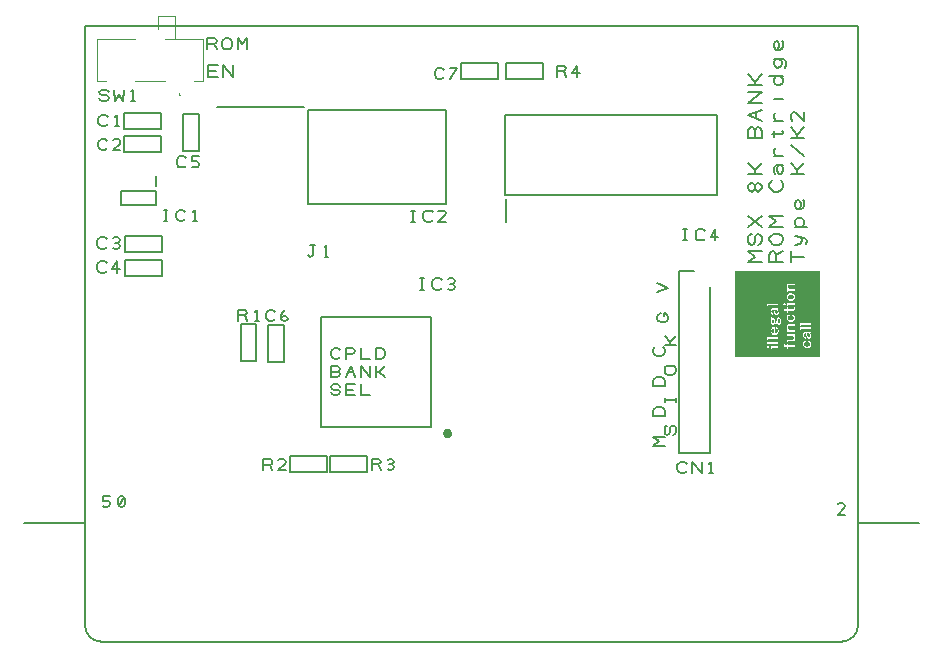
<source format=gbr>
G04 #@! TF.Part,Single*
G04 #@! TF.FileFunction,Legend,Top *
G04 #@! TF.FilePolarity,Positive *
%FSLAX35Y35*%
%MOIN*%
%ADD23C,0.00197*%
%ADD116C,0.00394*%
%ADD10C,0.00500*%
%ADD108C,0.00591*%
%ADD24C,0.00787*%
%ADD26C,0.00800*%
%ADD25C,0.01575*%
X0Y0D02*
D02*
D10*
X144391Y133155D02*
X144079Y132843D01*
X143454Y132530*
X142516*
X141891Y132843*
X141579Y133155*
X141266Y133780*
Y135030*
X141579Y135655*
X141891Y135968*
X142516Y136280*
X143454*
X144079Y135968*
X144391Y135655*
X147829Y132530D02*
Y136280D01*
X146266Y133780*
X148766*
X144391Y141143D02*
X144079Y140830D01*
X143454Y140517*
X142516*
X141891Y140830*
X141579Y141143*
X141266Y141767*
Y143017*
X141579Y143643*
X141891Y143955*
X142516Y144267*
X143454*
X144079Y143955*
X144391Y143643*
X146579Y140830D02*
X147204Y140517D01*
X147829*
X148454Y140830*
X148766Y141455*
X148454Y142080*
X147829Y142393*
X147204*
X147829D02*
X148454Y142705D01*
X148766Y143330*
X148454Y143955*
X147829Y144267*
X147204*
X146579Y143955*
X144576Y173966D02*
X144264Y173653D01*
X143639Y173341*
X142701*
X142076Y173653*
X141764Y173966*
X141451Y174591*
Y175841*
X141764Y176466*
X142076Y176778*
X142701Y177091*
X143639*
X144264Y176778*
X144576Y176466*
X148951Y173341D02*
X146451D01*
X148639Y175528*
X148951Y176153*
X148639Y176778*
X148014Y177091*
X147076*
X146451Y176778*
X144701Y181953D02*
X144389Y181641D01*
X143763Y181328*
X142826*
X142201Y181641*
X141889Y181953*
X141576Y182578*
Y183828*
X141889Y184453*
X142201Y184766*
X142826Y185078*
X143763*
X144389Y184766*
X144701Y184453*
X147201Y181328D02*
X148451D01*
X147826D02*
Y185078D01*
X147201Y184453*
X141950Y190752D02*
X142263Y190127D01*
X142888Y189815*
X144138*
X144763Y190127*
X145076Y190752*
X144763Y191377*
X144138Y191690*
X142888*
X142263Y192002*
X141950Y192627*
X142263Y193252*
X142888Y193565*
X144138*
X144763Y193252*
X145076Y192627*
X146950Y193565D02*
X147263Y189815D01*
X148513Y191690*
X149763Y189815*
X150076Y193565*
X152576Y189815D02*
X153826D01*
X153200D02*
Y193565D01*
X152576Y192940*
X142450Y9569D02*
X389310D01*
G75*
G03X394807Y15066J5497*
G01*
Y214707*
X137170*
Y14849*
G75*
G03X142450Y9569I5280*
G01*
X163356Y149753D02*
X164606D01*
X163981D02*
Y153503D01*
X163356D02*
X164606D01*
X170543Y150378D02*
X170231Y150065D01*
X169606Y149753*
X168668*
X168043Y150065*
X167731Y150378*
X167418Y151003*
Y152253*
X167731Y152878*
X168043Y153191*
X168668Y153503*
X169606*
X170231Y153191*
X170543Y152878*
X173043Y149753D02*
X174293D01*
X173668D02*
Y153503D01*
X173043Y152878*
X170785Y168225D02*
X170472Y167912D01*
X169847Y167600*
X168910*
X168285Y167912*
X167972Y168225*
X167660Y168850*
Y170100*
X167972Y170725*
X168285Y171037*
X168910Y171350*
X169847*
X170472Y171037*
X170785Y170725*
X172660Y167912D02*
X173285Y167600D01*
X174222*
X174847Y167912*
X175160Y168537*
Y168850*
X174847Y169475*
X174222Y169787*
X172660*
Y171350*
X175160*
X188128Y116430D02*
Y120180D01*
X190315*
X190940Y119868*
X191253Y119243*
X190940Y118618*
X190315Y118306*
X188128*
X190315D02*
X191253Y116430D01*
X193753D02*
X195003D01*
X194378D02*
Y120180D01*
X193753Y119556*
X194272Y103103D02*
X188972D01*
Y115403*
X194272*
Y103103*
X196489Y66634D02*
Y70384D01*
X198677*
X199302Y70072*
X199615Y69446*
X199302Y68822*
X198677Y68509*
X196489*
X198677D02*
X199615Y66634D01*
X203989D02*
X201489D01*
X203677Y68822*
X203989Y69446*
X203677Y70072*
X203052Y70384*
X202115*
X201489Y70072*
X200488Y116931D02*
X200176Y116618D01*
X199550Y116306*
X198613*
X197988Y116618*
X197676Y116931*
X197363Y117556*
Y118806*
X197676Y119431*
X197988Y119743*
X198613Y120056*
X199550*
X200176Y119743*
X200488Y119431*
X202363Y117243D02*
X202676Y117868D01*
X203300Y118181*
X203926*
X204550Y117868*
X204863Y117243*
X204550Y116618*
X203926Y116306*
X203300*
X202676Y116618*
X202363Y117243*
Y118181*
X202676Y119118*
X203300Y119743*
X203926Y120056*
X205441Y66042D02*
Y71342D01*
X217741*
Y66042*
X205441*
X211341Y138522D02*
X211654Y138209D01*
X212278Y137896*
X212904Y138209*
X213216Y138522*
Y141646*
X213841*
X213216D02*
X211966D01*
X216966Y137896D02*
X218216D01*
X217591D02*
Y141646D01*
X216966Y141022*
X218919Y66042D02*
Y71342D01*
X231219*
Y66042*
X218919*
X222204Y104326D02*
X221891Y104013D01*
X221266Y103700*
X220329*
X219704Y104013*
X219391Y104326*
X219079Y104950*
Y106200*
X219391Y106826*
X219704Y107138*
X220329Y107450*
X221266*
X221891Y107138*
X222204Y106826*
X224079Y103700D02*
Y107450D01*
X226266*
X226891Y107138*
X227204Y106513*
X226891Y105888*
X226266Y105576*
X224079*
X229079Y107450D02*
Y103700D01*
X232204*
X234079D02*
Y107450D01*
X235954*
X236579Y107138*
X236891Y106826*
X237204Y106200*
Y104950*
X236891Y104326*
X236579Y104013*
X235954Y103700*
X234079*
X221266Y99576D02*
X221891Y99263D01*
X222204Y98638*
X221891Y98013*
X221266Y97700*
X219079*
Y101450*
X221266*
X221891Y101138*
X222204Y100513*
X221891Y99888*
X221266Y99576*
X219079*
X224079Y97700D02*
X225641Y101450D01*
X227204Y97700*
X224704Y99263D02*
X226579D01*
X229079Y97700D02*
Y101450D01*
X232204Y97700*
Y101450*
X234079Y97700D02*
Y101450D01*
Y99576D02*
X235016D01*
X237204Y101450*
X235016Y99576D02*
X237204Y97700D01*
X219079Y92638D02*
X219391Y92013D01*
X220016Y91700*
X221266*
X221891Y92013*
X222204Y92638*
X221891Y93263*
X221266Y93576*
X220016*
X219391Y93888*
X219079Y94513*
X219391Y95138*
X220016Y95450*
X221266*
X221891Y95138*
X222204Y94513*
X224079Y91700D02*
Y95450D01*
X227204*
X226579Y93576D02*
X224079D01*
Y91700D02*
X227204D01*
X229079Y95450D02*
Y91700D01*
X232204*
X232682Y66759D02*
Y70509D01*
X234870*
X235495Y70196*
X235807Y69571*
X235495Y68946*
X234870Y68634*
X232682*
X234870D02*
X235807Y66759D01*
X237995Y67071D02*
X238620Y66759D01*
X239245*
X239870Y67071*
X240182Y67696*
X239870Y68321*
X239245Y68634*
X238620*
X239245D02*
X239870Y68946D01*
X240182Y69571*
X239870Y70196*
X239245Y70509*
X238620*
X237995Y70196*
X245850Y149503D02*
X247100D01*
X246476D02*
Y153253D01*
X245850D02*
X247100D01*
X253038Y150128D02*
X252726Y149816D01*
X252100Y149503*
X251163*
X250538Y149816*
X250226Y150128*
X249913Y150753*
Y152003*
X250226Y152628*
X250538Y152941*
X251163Y153253*
X252100*
X252726Y152941*
X253038Y152628*
X257413Y149503D02*
X254913D01*
X257100Y151691*
X257413Y152316*
X257100Y152941*
X256476Y153253*
X255538*
X254913Y152941*
X248846Y126914D02*
X250096D01*
X249471D02*
Y130664D01*
X248846D02*
X250096D01*
X256033Y127539D02*
X255721Y127226D01*
X255096Y126914*
X254158*
X253533Y127226*
X253221Y127539*
X252908Y128164*
Y129414*
X253221Y130039*
X253533Y130352*
X254158Y130664*
X255096*
X255721Y130352*
X256033Y130039*
X258221Y127226D02*
X258846Y126914D01*
X259471*
X260096Y127226*
X260408Y127852*
X260096Y128476*
X259471Y128789*
X258846*
X259471D02*
X260096Y129102D01*
X260408Y129726*
X260096Y130352*
X259471Y130664*
X258846*
X258221Y130352*
X256774Y197678D02*
X256462Y197366D01*
X255837Y197053*
X254899*
X254274Y197366*
X253962Y197678*
X253649Y198303*
Y199553*
X253962Y200178*
X254274Y200491*
X254899Y200803*
X255837*
X256462Y200491*
X256774Y200178*
X258649Y197053D02*
X261149Y200803D01*
X258649*
X289627Y202385D02*
Y197085D01*
X277327*
Y202385*
X289627*
X294460Y197802D02*
Y201552D01*
X296647*
X297272Y201240*
X297585Y200615*
X297272Y199990*
X296647Y199677*
X294460*
X296647D02*
X297585Y197802D01*
X301022D02*
Y201552D01*
X299460Y199052*
X301960*
X330297Y74707D02*
X326547D01*
X328422Y76269*
X326547Y77832*
X330297*
Y84707D02*
X326547D01*
Y86582*
X326859Y87207*
X327172Y87519*
X327797Y87832*
X329047*
X329672Y87519*
X329985Y87207*
X330297Y86582*
Y84707*
Y94707D02*
X326547D01*
Y96582*
X326859Y97207*
X327172Y97519*
X327797Y97832*
X329047*
X329672Y97519*
X329985Y97207*
X330297Y96582*
Y94707*
X329672Y107832D02*
X329985Y107519D01*
X330297Y106894*
Y105957*
X329985Y105332*
X329672Y105019*
X329047Y104707*
X327797*
X327172Y105019*
X326859Y105332*
X326547Y105957*
Y106894*
X326859Y107519*
X327172Y107832*
X329985Y118144D02*
Y119082D01*
X330297*
X330922Y118769*
X331235Y118457*
X331547Y117832*
Y117207*
X331235Y116582*
X330922Y116269*
X330297Y115957*
X329047*
X328422Y116269*
X328109Y116582*
X327797Y117207*
Y117832*
X328109Y118457*
X328422Y118769*
X329047Y119082*
X327797Y125957D02*
X331547Y127519D01*
X327797Y129082*
X337647Y66385D02*
X337334Y66073D01*
X336709Y65760*
X335772*
X335147Y66073*
X334834Y66385*
X334522Y67010*
Y68260*
X334834Y68885*
X335147Y69198*
X335772Y69510*
X336709*
X337334Y69198*
X337647Y68885*
X339522Y65760D02*
Y69510D01*
X342647Y65760*
Y69510*
X345147Y65760D02*
X346397D01*
X345772D02*
Y69510D01*
X345147Y68885*
X333109Y78457D02*
X333735Y78769D01*
X334047Y79394*
Y80644*
X333735Y81269*
X333109Y81582*
X332485Y81269*
X332172Y80644*
Y79394*
X331859Y78769*
X331235Y78457*
X330609Y78769*
X330297Y79394*
Y80644*
X330609Y81269*
X331235Y81582*
X334047Y89394D02*
Y90644D01*
Y90019D02*
X330297D01*
Y89394D02*
Y90644D01*
X332797Y98457D02*
X331547D01*
X330922Y98769*
X330609Y99082*
X330297Y99707*
Y100332*
X330609Y100957*
X330922Y101269*
X331547Y101582*
X332797*
X333422Y101269*
X333735Y100957*
X334047Y100332*
Y99707*
X333735Y99082*
X333422Y98769*
X332797Y98457*
X334047Y108457D02*
X330297D01*
X332172D02*
Y109394D01*
X330297Y111582*
X332172Y109394D02*
X334047Y111582D01*
X336582Y143263D02*
X337832D01*
X337207D02*
Y147013D01*
X336582D02*
X337832D01*
X343770Y143888D02*
X343457Y143576D01*
X342832Y143263*
X341895*
X341270Y143576*
X340957Y143888*
X340645Y144513*
Y145763*
X340957Y146388*
X341270Y146701*
X341895Y147013*
X342832*
X343457Y146701*
X343770Y146388*
X347207Y143263D02*
Y147013D01*
X345645Y144513*
X348145*
D02*
D23*
X353735Y104707D02*
Y133007D01*
X353835Y104706D02*
Y133007D01*
X353935Y104707D02*
Y133006D01*
X354035Y104707D02*
X354034Y133007D01*
X354135Y104707D02*
Y133007D01*
X354235Y104707D02*
Y133007D01*
X354335Y104706D02*
Y133007D01*
X354435Y104707D02*
Y133006D01*
X354535Y104707D02*
X354534Y133006D01*
X354635Y104707D02*
Y133007D01*
X354735Y104707D02*
X354735Y133007D01*
X354835Y104706D02*
Y133007D01*
X354935Y104707D02*
Y133006D01*
X355035Y104707D02*
X355034Y133006D01*
X355135Y104707D02*
Y133007D01*
X355235Y104707D02*
X355235Y133007D01*
X355335Y104706D02*
Y133007D01*
X355435Y104707D02*
Y133006D01*
X355535Y104707D02*
Y133007D01*
X355635Y104707D02*
Y133007D01*
X355735Y104707D02*
Y133007D01*
X355835Y104706D02*
Y133007D01*
X355935Y104707D02*
X355935Y133007D01*
X356035Y104707D02*
Y133007D01*
X356135Y104707D02*
Y133007D01*
X356235Y104707D02*
X356234Y133007D01*
X356335Y104706D02*
Y133007D01*
X356435Y104707D02*
X356435Y133007D01*
X356535Y104707D02*
Y133007D01*
X356635Y104707D02*
Y133007D01*
X356735Y104707D02*
Y133006D01*
X356835Y104706D02*
Y133007D01*
X356935Y104707D02*
X356935Y133007D01*
X357035Y104707D02*
Y133007D01*
X357135Y104706D02*
Y133007D01*
X357235Y104707D02*
Y133006D01*
X357335Y104707D02*
X357335Y133007D01*
X357435Y104707D02*
X357435Y133007D01*
X357535Y104707D02*
Y133007D01*
X357635Y104706D02*
Y133007D01*
X357735Y104707D02*
Y133006D01*
X357835Y104707D02*
X357834Y133007D01*
X357935Y104707D02*
Y133007D01*
X358035Y104707D02*
Y133007D01*
X358135Y104706D02*
Y133007D01*
X358235Y104707D02*
Y133006D01*
X358335Y104707D02*
X358334Y133007D01*
X358435Y104707D02*
Y133007D01*
X358535Y104707D02*
X358535Y133007D01*
X358635Y104706D02*
Y133007D01*
X358735Y104707D02*
Y133006D01*
X358835Y104707D02*
X358834Y133006D01*
X358935Y104707D02*
Y133007D01*
X359035Y104707D02*
X359035Y133007D01*
X359135Y104706D02*
Y133007D01*
X359235Y104707D02*
Y133006D01*
X359335Y104707D02*
Y133007D01*
X359435Y104707D02*
Y133007D01*
X359535Y104707D02*
X359535Y133007D01*
X359635Y104706D02*
Y133007D01*
X359735Y104707D02*
X359735Y133007D01*
X359835Y104707D02*
Y133007D01*
X359935Y104707D02*
Y133007D01*
X360035Y104707D02*
X360034Y133007D01*
X360135Y104706D02*
Y133007D01*
X360235Y104707D02*
X360235Y133007D01*
X360335Y104707D02*
Y133007D01*
X360435Y104707D02*
Y133007D01*
X360535Y104707D02*
Y133006D01*
X360635Y104706D02*
Y133007D01*
X360735Y104707D02*
X360735Y133007D01*
X360835Y104707D02*
Y133007D01*
X360935Y104707D02*
Y133007D01*
X361035Y104707D02*
Y133006D01*
X361135Y104707D02*
X361135Y133007D01*
X361235Y104707D02*
X361235Y133007D01*
X361335Y104707D02*
Y133007D01*
X361435Y104706D02*
Y133007D01*
X361535Y104707D02*
Y133006D01*
X361635Y104707D02*
X361635Y133007D01*
X361735Y104707D02*
Y133007D01*
X361835Y104707D02*
Y133007D01*
X361935Y104706D02*
Y133007D01*
X362035Y104707D02*
Y133006D01*
X362135Y104707D02*
X362134Y133007D01*
X362235Y104707D02*
Y133007D01*
X362335Y104707D02*
X362335Y133007D01*
X362435Y104706D02*
Y133007D01*
X362535Y104707D02*
Y133006D01*
X362635Y104707D02*
X362634Y133006D01*
X362735Y104707D02*
Y133007D01*
X362835Y104707D02*
X362835Y133007D01*
X362935Y104706D02*
Y133007D01*
X363035Y104707D02*
Y133006D01*
X363135Y104707D02*
Y133007D01*
X363235Y104707D02*
Y133007D01*
X363335Y104707D02*
X363335Y133007D01*
X363435Y104706D02*
Y133007D01*
X363535Y104707D02*
X363535Y133007D01*
X363635Y104707D02*
Y133007D01*
X363735Y104707D02*
Y133007D01*
X363835Y104707D02*
X363834Y133007D01*
X363935Y104706D02*
Y133007D01*
X364035Y104707D02*
X364035Y133007D01*
X364135Y104707D02*
Y133007D01*
X364235Y104707D02*
Y107506D01*
Y108207D02*
Y133007D01*
X364335Y104707D02*
Y107406D01*
Y108307D02*
X364334Y108607D01*
X364335Y109807D02*
Y110107D01*
Y111307D02*
Y121306D01*
Y122507D02*
Y133006D01*
X364435Y104706D02*
Y107306D01*
Y108306D02*
Y108606D01*
Y109806D02*
Y110106D01*
Y111306D02*
Y121307D01*
Y122506D02*
Y133007D01*
X364534Y122506D02*
X364535Y133007D01*
X364535Y104707D02*
X364534Y107306D01*
X364535Y109807D02*
X364534Y110106D01*
X364535Y111307D02*
X364535Y121307D01*
Y108307D02*
X364534Y108606D01*
X364635Y104707D02*
Y107307D01*
Y108407D02*
Y108607D01*
Y109807D02*
Y110107D01*
Y111307D02*
Y121307D01*
Y122507D02*
Y133007D01*
X364735Y104707D02*
X364735Y107307D01*
X364735Y108407D02*
X364735Y108607D01*
X364735Y109806D02*
X364735Y110107D01*
X364735Y111306D02*
Y121307D01*
X364735Y122507D02*
X364735Y133007D01*
X364835Y104707D02*
Y107307D01*
Y108307D02*
X364834Y108607D01*
X364835Y109807D02*
Y110107D01*
Y111307D02*
Y121306D01*
Y122507D02*
Y133006D01*
X364935Y109806D02*
Y110407D01*
Y111306D02*
Y121607D01*
Y122506D02*
Y133007D01*
X364935Y104707D02*
X364935Y107407D01*
X364935Y108307D02*
X364935Y108907D01*
X365034Y122506D02*
X365035Y133007D01*
X365035Y104707D02*
Y107507D01*
Y109807D02*
X365035Y110407D01*
X365035Y111307D02*
X365035Y121607D01*
Y108207D02*
Y108907D01*
X365135Y104707D02*
Y108907D01*
Y109807D02*
Y110407D01*
Y111307D02*
Y121607D01*
Y122507D02*
Y133007D01*
X365235Y104706D02*
Y108907D01*
Y109806D02*
Y110407D01*
Y111306D02*
Y121607D01*
X365235Y122507D02*
X365235Y133007D01*
X365335Y104707D02*
Y108906D01*
Y109807D02*
Y110406D01*
Y111307D02*
Y121606D01*
Y122507D02*
Y133006D01*
X365435Y109806D02*
Y110407D01*
Y111306D02*
Y112707D01*
Y117007D02*
Y117406D01*
Y118007D02*
Y119007D01*
Y120307D02*
Y121607D01*
Y122506D02*
Y133007D01*
X365435Y104707D02*
X365435Y108907D01*
X365435Y113807D02*
Y115807D01*
X365534Y117206D02*
X365535Y117307D01*
X365534Y122506D02*
X365535Y133007D01*
X365535Y104707D02*
X365535Y107107D01*
X365535Y109807D02*
X365535Y110407D01*
X365535Y111307D02*
Y112406D01*
Y114107D02*
Y115607D01*
X365535Y108307D02*
Y108907D01*
Y118007D02*
X365535Y118806D01*
X365535Y120607D02*
Y121607D01*
X365635Y104707D02*
Y107107D01*
Y108307D02*
Y108906D01*
Y109807D02*
Y110407D01*
Y111307D02*
Y112307D01*
Y114207D02*
Y115407D01*
Y118007D02*
Y118707D01*
Y120707D02*
Y121607D01*
Y122507D02*
Y133007D01*
X365734Y108307D02*
X365735Y108907D01*
X365734Y114307D02*
Y115407D01*
X365735Y104706D02*
Y107107D01*
Y109806D02*
Y110407D01*
Y111306D02*
Y112207D01*
Y118007D02*
Y118507D01*
Y120807D02*
Y121607D01*
Y122506D02*
Y133007D01*
X365835Y104707D02*
Y107106D01*
Y108307D02*
Y108906D01*
Y109807D02*
Y110406D01*
Y111307D02*
Y112107D01*
Y114407D02*
Y115306D01*
Y118006D02*
Y118506D01*
Y120907D02*
Y121606D01*
Y122507D02*
Y133006D01*
X365934Y119606D02*
X365935Y119807D01*
Y109806D02*
Y110407D01*
Y111306D02*
X365934Y112006D01*
X365935Y113207D02*
Y113306D01*
Y118007D02*
Y118406D01*
Y121006D02*
X365934Y121607D01*
X365935Y122506D02*
X365934Y133007D01*
X365935Y104707D02*
X365935Y107107D01*
X365935Y108307D02*
X365935Y108907D01*
X365935Y114507D02*
X365935Y115207D01*
X365935Y116407D02*
X366035Y104707*
Y107107D01*
Y108307D02*
Y108907D01*
Y109807D02*
Y110407D01*
Y111307D02*
Y111906D01*
Y113007D02*
Y113507D01*
Y114607D02*
Y115206D01*
Y116206D02*
Y116607D01*
Y117807D02*
Y118407D01*
Y119407D02*
Y120006D01*
Y121006D02*
Y121607D01*
Y122507D02*
Y133007D01*
X366135Y104707D02*
Y107406D01*
Y108307D02*
Y108906D01*
Y109807D02*
Y110407D01*
Y111307D02*
Y111907D01*
Y112907D02*
Y113607D01*
Y114607D02*
Y115207D01*
Y116107D02*
Y116707D01*
Y117606D02*
Y118407D01*
Y119306D02*
X366135Y120107D01*
X366135Y121007D02*
Y121607D01*
Y122507D02*
X366135Y133007D01*
X366234Y108307D02*
X366235Y108907D01*
Y104706D02*
Y107407D01*
Y109806D02*
Y110407D01*
Y111306D02*
Y111906D01*
Y112806D02*
Y113707D01*
Y114606D02*
Y115207D01*
Y116106D02*
Y116706D01*
Y117606D02*
Y118406D01*
Y119307D02*
Y120107D01*
Y121006D02*
Y121607D01*
Y122506D02*
Y133007D01*
X366335Y104707D02*
Y107406D01*
Y108307D02*
Y108906D01*
Y109807D02*
Y110406D01*
Y111307D02*
Y111807D01*
Y112807D02*
Y113706D01*
Y114706D02*
X366335Y115207D01*
X366335Y116107D02*
X366335Y116707D01*
X366335Y117606D02*
Y118407D01*
Y119207D02*
Y120207D01*
Y121106D02*
Y121606D01*
Y122507D02*
Y133006D01*
X366434Y121106D02*
X366434Y121607D01*
X366435Y109806D02*
Y110407D01*
Y114707D02*
Y115207D01*
Y117606D02*
Y118406D01*
X366435Y104707D02*
X366435Y107407D01*
X366435Y108307D02*
X366435Y108907D01*
X366435Y111307D02*
Y111807D01*
Y116107D02*
X366435Y116706D01*
X366435Y119207D02*
X366434Y119606D01*
X366435Y122507D02*
X366434Y133006D01*
X366535Y104707D02*
Y107407D01*
Y108307D02*
Y108907D01*
Y109806D02*
Y110407D01*
Y111307D02*
Y111807D01*
Y114707D02*
Y115206D01*
Y116206D02*
Y116607D01*
Y117606D02*
Y119207D01*
Y121107D02*
Y121607D01*
Y122507D02*
Y133007D01*
X366635Y104707D02*
Y107406D01*
Y108307D02*
Y108906D01*
Y109807D02*
Y110407D01*
Y111307D02*
Y111807D01*
Y114707D02*
Y115207D01*
Y117506D02*
Y118907D01*
Y122507D02*
X366635Y133007D01*
Y121107D02*
Y121607D01*
X366735Y104706D02*
Y107407D01*
Y108306D02*
Y108907D01*
Y109806D02*
Y110407D01*
Y111306D02*
Y111806D01*
Y114707D02*
Y115307D01*
Y117507D02*
Y118807D01*
Y121107D02*
Y121607D01*
Y122506D02*
Y133007D01*
X366835Y104707D02*
Y107406D01*
Y108307D02*
Y108906D01*
Y109807D02*
Y110406D01*
Y111307D02*
Y111807D01*
Y117407D02*
Y118606D01*
Y121106D02*
Y121606D01*
Y122507D02*
Y133006D01*
X366835Y114707D02*
X366835Y115407D01*
X366934Y117306D02*
X366935Y118507D01*
X366934Y120106D02*
X366935Y120207D01*
X366934Y121106D02*
X366935Y121607D01*
X366935Y104707D02*
Y107407D01*
Y109806D02*
Y110407D01*
Y114707D02*
Y115507D01*
X366935Y108307D02*
X366935Y108907D01*
X366935Y111307D02*
Y111807D01*
Y122507D02*
X366934Y133006D01*
X367035Y104707D02*
Y107407D01*
Y108307D02*
Y108907D01*
Y109806D02*
Y110407D01*
Y111307D02*
Y111807D01*
Y112707D02*
Y115507D01*
Y117206D02*
Y118406D01*
Y119707D02*
Y120207D01*
Y121107D02*
Y121607D01*
Y122507D02*
Y133007D01*
X367134Y119507D02*
X367135Y120207D01*
Y104707D02*
Y107406D01*
Y108307D02*
Y108906D01*
Y109807D02*
Y110406D01*
Y111307D02*
Y111807D01*
Y112706D02*
Y115407D01*
Y116907D02*
Y118407D01*
Y122507D02*
X367135Y133007D01*
Y121107D02*
Y121607D01*
X367235Y104706D02*
Y107407D01*
Y108306D02*
Y108907D01*
Y109806D02*
Y110407D01*
Y111306D02*
Y111806D01*
Y112707D02*
Y113906D01*
Y114707D02*
Y115307D01*
Y116206D02*
Y118307D01*
Y119307D02*
Y120206D01*
Y121107D02*
Y121607D01*
Y122506D02*
Y133007D01*
X367335Y104707D02*
Y107406D01*
Y108307D02*
Y108906D01*
Y109807D02*
X367335Y110407D01*
X367335Y111307D02*
Y111807D01*
Y112807D02*
X367335Y113907D01*
X367335Y119306D02*
Y120207D01*
Y121106D02*
X367335Y121607D01*
Y114707D02*
X367335Y115306D01*
X367335Y116707D02*
Y118307D01*
Y122507D02*
X367335Y133006D01*
X367435Y109806D02*
Y110407D01*
Y114707D02*
X367434Y115306D01*
X367435Y117406D02*
X367435Y118307D01*
Y104707D02*
X367435Y107407D01*
X367435Y108307D02*
X367435Y108907D01*
X367435Y111307D02*
Y111807D01*
Y112807D02*
Y113907D01*
Y119207D02*
X367435Y120006D01*
X367435Y121107D02*
Y121607D01*
Y122507D02*
Y133007D01*
X367535Y104707D02*
Y107407D01*
Y108307D02*
Y108907D01*
Y109806D02*
Y110407D01*
Y111307D02*
Y111906D01*
Y114606D02*
Y115307D01*
Y117607D02*
Y118307D01*
Y119307D02*
Y119907D01*
Y121107D02*
Y121607D01*
X367535Y122507D02*
X367535Y133007D01*
X367535Y112906D02*
X367535Y113807D01*
X367635Y104707D02*
Y107406D01*
Y108307D02*
Y108906D01*
Y109807D02*
Y110406D01*
Y111307D02*
X367634Y111907D01*
X367635Y113006D02*
Y113706D01*
Y114607D02*
Y115306D01*
Y117807D02*
Y118307D01*
Y119306D02*
Y119806D01*
Y121107D02*
Y121607D01*
Y122507D02*
Y133007D01*
X367735Y104706D02*
Y107407D01*
Y108306D02*
Y108907D01*
Y109806D02*
Y110407D01*
Y111306D02*
Y112007D01*
Y114606D02*
Y115406D01*
Y117906D02*
Y118307D01*
Y121107D02*
Y121607D01*
Y122506D02*
Y133007D01*
X367834Y108307D02*
X367835Y108906D01*
X367834Y122506D02*
X367835Y133007D01*
X367835Y104707D02*
Y107406D01*
Y109807D02*
X367835Y110407D01*
X367835Y111307D02*
Y112006D01*
Y117907D02*
Y118407D01*
X367835Y114507D02*
X367834Y115407D01*
X367835Y121107D02*
Y121607D01*
X367935Y104707D02*
Y107406D01*
Y108307D02*
Y108907D01*
Y109807D02*
Y110407D01*
Y111307D02*
Y112107D01*
Y114407D02*
Y115207D01*
Y117907D02*
Y118407D01*
Y121107D02*
Y121607D01*
Y122507D02*
Y133007D01*
X368035Y104707D02*
Y107407D01*
Y108307D02*
Y108907D01*
Y109806D02*
Y110407D01*
Y111306D02*
Y112207D01*
Y114307D02*
Y115206D01*
Y116107D02*
Y116607D01*
Y118007D02*
Y118507D01*
Y121107D02*
Y121607D01*
X368035Y122507D02*
X368035Y133007D01*
X368135Y104707D02*
Y107406D01*
Y108307D02*
Y108906D01*
Y109807D02*
Y110406D01*
Y111307D02*
X368134Y112407D01*
X368135Y114107D02*
Y115107D01*
Y116006D02*
Y117006D01*
Y118006D02*
Y118606D01*
Y120106D02*
Y120306D01*
Y121106D02*
X368134Y121607D01*
X368135Y122507D02*
Y133006D01*
X368235Y104706D02*
Y112707D01*
Y113906D02*
Y115106D01*
Y116007D02*
X368235Y117107D01*
X368235Y118007D02*
Y118807D01*
Y119906D02*
Y133007D01*
X368335Y104707D02*
Y115107D01*
Y116006D02*
Y117107D01*
X368335Y118007D02*
Y133007D01*
X368435Y104707D02*
Y115107D01*
Y116206D02*
Y116907D01*
Y118007D02*
Y133007D01*
X368535Y104707D02*
Y115106D01*
Y117906D02*
Y133007D01*
X368635Y104707D02*
Y115206D01*
Y117907D02*
Y133006D01*
X368735Y104706D02*
Y115207D01*
Y117807D02*
Y133007D01*
X368834Y117706D02*
X368835Y133007D01*
X368835Y104707D02*
Y115306D01*
X368935Y104707D02*
Y115506D01*
Y117507D02*
Y133007D01*
X369034Y117107D02*
X369035Y133007D01*
Y104706D02*
X369035Y115907D01*
X369135Y104707D02*
Y133006D01*
X369235Y104707D02*
X369235Y133007D01*
X369335Y104707D02*
X369335Y133007D01*
X369435Y104707D02*
Y133007D01*
X369535Y104706D02*
Y133007D01*
X369635Y104707D02*
Y121806D01*
Y122406D02*
Y133006D01*
X369734Y109206D02*
X369735Y121706D01*
Y122506D02*
X369734Y133007D01*
X369735Y104707D02*
X369734Y108206D01*
X369835Y104707D02*
Y107907D01*
Y109207D02*
Y121607D01*
Y122606D02*
Y133007D01*
X369935Y104707D02*
Y107807D01*
Y122607D02*
X369935Y133007D01*
Y109207D02*
X369935Y121607D01*
X370035Y104706D02*
X370034Y107807D01*
X370035Y109207D02*
X370034Y119707D01*
X370035Y120607D02*
Y121607D01*
Y122607D02*
Y133007D01*
X370135Y104707D02*
Y107706D01*
Y109206D02*
Y119707D01*
Y120606D02*
Y121606D01*
Y122606D02*
Y133006D01*
X370234Y109206D02*
X370235Y119707D01*
X370234Y120606D02*
X370234Y121607D01*
X370235Y104707D02*
X370234Y107706D01*
X370235Y122607D02*
X370234Y133006D01*
X370335Y104707D02*
Y107707D01*
Y108606D02*
Y119707D01*
Y120607D02*
Y121607D01*
Y122606D02*
Y133007D01*
X370435Y104707D02*
X370435Y107707D01*
X370435Y108607D02*
Y119707D01*
Y122507D02*
X370435Y133007D01*
Y120607D02*
X370435Y121707D01*
X370535Y104706D02*
Y107707D01*
Y108606D02*
Y119706D01*
Y120607D02*
Y121906D01*
Y122307D02*
Y133007D01*
X370635Y104707D02*
Y107706D01*
Y120606D02*
Y133006D01*
X370635Y108607D02*
X370635Y119707D01*
X370734Y120606D02*
Y133006D01*
X370735Y104707D02*
X370734Y107706D01*
X370735Y108606D02*
X370735Y119707D01*
X370835Y104707D02*
Y107707D01*
Y108606D02*
Y114007D01*
Y115107D02*
Y117107D01*
Y120607D02*
Y124007D01*
Y125107D02*
Y127707D01*
Y128707D02*
Y133007D01*
X370835Y118207D02*
X370835Y119707D01*
X370935Y104707D02*
X370935Y107207D01*
X370935Y112307D02*
Y112607D01*
Y113706D02*
X370935Y113807D01*
X370935Y118407D02*
Y119207D01*
Y121306D02*
X370935Y121407D01*
X370935Y122607D02*
Y123707D01*
Y127307D02*
Y127406D01*
Y128906D02*
X370935Y133007D01*
Y109207D02*
X370935Y109307D01*
X370935Y125407D02*
X370935Y126207D01*
Y110507D02*
X370934Y111407D01*
X370935Y115307D02*
X370935Y116807D01*
X371035Y104706D02*
Y107207D01*
Y109207D02*
Y109306D01*
Y112306D02*
Y112606D01*
Y115406D02*
Y116606D01*
Y121307D02*
Y121406D01*
Y122607D02*
Y123607D01*
Y125506D02*
X371035Y126206D01*
X371035Y127306D02*
Y129006*
Y133007D01*
X371035Y110506D02*
X371035Y111407D01*
X371035Y118606D02*
X371035Y119206D01*
X371135Y104707D02*
Y107206D01*
Y109206D02*
Y109307D01*
Y110506D02*
X371135Y111407D01*
X371135Y112307D02*
Y112607D01*
Y115506D02*
Y116506D01*
Y121306D02*
Y121406D01*
Y122606D02*
Y123507D01*
Y125606D02*
Y126206D01*
X371135Y118707D02*
X371135Y119207D01*
X371135Y129107D02*
X371135Y133006D01*
X371235Y110506D02*
Y111407D01*
Y115507D02*
X371235Y116407D01*
X371235Y118806D02*
X371235Y119207D01*
X371235Y121307D02*
Y121406D01*
Y122607D02*
X371234Y123406D01*
X371235Y125706D02*
Y126206D01*
X371235Y104707D02*
X371234Y107206D01*
X371235Y109207D02*
X371235Y109306D01*
X371235Y112307D02*
Y112607D01*
Y129207D02*
Y133007D01*
X371335Y104707D02*
Y107207D01*
Y109207D02*
Y109306D01*
Y110507D02*
Y111406D01*
Y112307D02*
Y112607D01*
Y115607D02*
Y116307D01*
Y118906D02*
Y119207D01*
Y121307D02*
Y121407D01*
Y122607D02*
Y123306D01*
Y129207D02*
Y133007D01*
X371335Y125807D02*
X371335Y126207D01*
X371434Y124307D02*
Y124807D01*
X371435Y104707D02*
Y107206D01*
Y109207D02*
Y109307D01*
Y110506D02*
X371434Y111407D01*
X371435Y112307D02*
Y112607D01*
Y114107D02*
Y114607D01*
Y115607D02*
Y116306D01*
Y117407D02*
Y117907D01*
Y118907D02*
Y119207D01*
Y121306D02*
Y121406D01*
Y122606D02*
Y123207D01*
Y125907D02*
Y126206D01*
Y127706D02*
Y128206D01*
Y129207D02*
Y133007D01*
X371535Y104706D02*
Y107707D01*
Y108606D02*
Y109606D01*
Y112306D02*
Y112906D01*
Y114007D02*
Y114707D01*
Y115606D02*
Y116206D01*
Y117206D02*
Y118007D01*
Y118906D02*
Y119706D01*
Y120607D02*
Y121706D01*
Y122607D02*
Y123206D01*
Y124206D02*
Y124907D01*
Y125907D02*
Y126506D01*
Y127606D02*
Y128306D01*
Y129207D02*
Y133007D01*
X371535Y110506D02*
X371535Y111407D01*
X371634Y108606D02*
Y109606D01*
Y113906D02*
X371635Y114707D01*
X371634Y117206D02*
X371635Y118106D01*
Y104707D02*
Y107706D01*
Y110506D02*
X371634Y111407D01*
X371635Y112307D02*
X371634Y112906D01*
X371635Y115607D02*
X371634Y116206D01*
X371635Y118907D02*
X371634Y119707D01*
X371635Y120606D02*
Y121707D01*
Y122606D02*
Y123207D01*
Y124106D02*
Y125007D01*
Y126007D02*
Y126507D01*
Y127507D02*
X371634Y128307D01*
X371635Y129207D02*
Y133007D01*
X371735Y104707D02*
X371734Y107706D01*
X371735Y108606D02*
Y109607D01*
Y110506D02*
Y111407D01*
Y112307D02*
Y112906D01*
Y113806D02*
Y114707D01*
Y115607D02*
Y116206D01*
Y117106D02*
Y118106D01*
Y118907D02*
Y119707D01*
Y120607D02*
Y121707D01*
Y122607D02*
Y123106D01*
Y124107D02*
Y125006D01*
Y126007D02*
Y126507D01*
Y127407D02*
Y128307D01*
Y129207D02*
Y133007D01*
X371835Y104707D02*
Y107707D01*
Y110507D02*
Y111406D01*
Y112307D02*
X371835Y112907D01*
X371835Y113807D02*
Y114707D01*
Y115607D02*
Y116107D01*
Y117107D02*
Y118107D01*
Y118906D02*
Y119707D01*
Y120607D02*
Y121706D01*
Y122607D02*
Y123107D01*
Y124007D02*
Y125107D01*
Y126006D02*
Y126506D01*
Y127407D02*
Y128407D01*
Y129207D02*
Y133007D01*
X371835Y108606D02*
Y109607D01*
X371934Y108607D02*
X371935Y109607D01*
X371934Y129207D02*
X371935Y133006D01*
Y104707D02*
Y107706D01*
Y110506D02*
Y111406D01*
Y112307D02*
X371934Y112907D01*
X371935Y113806D02*
Y114706D01*
Y115607D02*
Y116107D01*
Y117107D02*
Y118106D01*
Y118907D02*
Y119707D01*
Y120606D02*
Y121707D01*
Y122606D02*
Y123106D01*
Y124007D02*
Y125106D01*
Y126007D02*
Y126507D01*
Y127406D02*
Y128406D01*
X372035Y104706D02*
X372035Y107707D01*
X372035Y108606D02*
Y109606D01*
Y112306D02*
Y112906D01*
Y115606D02*
Y116106D01*
Y117007D02*
Y119706D01*
Y120607D02*
Y121706D01*
Y122607D02*
Y123107D01*
Y124006D02*
Y125107D01*
Y126006D02*
Y126506D01*
Y127407D02*
Y128407D01*
Y129207D02*
Y133007D01*
X372035Y110506D02*
X372035Y111407D01*
X372035Y113806D02*
X372035Y114707D01*
X372134Y108606D02*
Y109606D01*
X372135Y104707D02*
Y107706D01*
Y110506D02*
Y111406D01*
Y112307D02*
X372134Y112906D01*
X372135Y113806D02*
X372135Y114707D01*
X372135Y115607D02*
Y116107D01*
Y122606D02*
Y123106D01*
Y126007D02*
Y126507D01*
Y127406D02*
Y128406D01*
X372135Y117007D02*
X372134Y119707D01*
X372135Y120607D02*
X372135Y121707D01*
X372135Y124007D02*
Y125107D01*
Y129207D02*
Y133007D01*
X372235Y104707D02*
Y107706D01*
Y108606D02*
Y109607D01*
Y110506D02*
Y111407D01*
Y112307D02*
Y112907D01*
Y113806D02*
Y114707D01*
Y115607D02*
Y116107D01*
Y117007D02*
Y119707D01*
Y120607D02*
Y121707D01*
Y122607D02*
Y123106D01*
Y124007D02*
Y125107D01*
Y126007D02*
Y126507D01*
Y127406D02*
Y128407D01*
Y129207D02*
Y133007D01*
X372335Y104707D02*
Y107707D01*
Y110507D02*
Y111406D01*
Y112307D02*
X372335Y112907D01*
X372335Y113807D02*
Y114707D01*
Y115606D02*
Y116107D01*
Y117007D02*
X372335Y119707D01*
X372335Y120607D02*
Y121706D01*
Y122607D02*
Y123107D01*
Y124007D02*
Y125107D01*
Y126006D02*
Y126506D01*
Y127407D02*
Y128407D01*
Y129207D02*
Y133007D01*
X372335Y108607D02*
Y109607D01*
X372434Y108607D02*
X372435Y109607D01*
Y104707D02*
Y107706D01*
Y110506D02*
Y111406D01*
Y112307D02*
Y112907D01*
Y113806D02*
Y114706D01*
Y115607D02*
Y116107D01*
Y117006D02*
Y119707D01*
Y120606D02*
Y121707D01*
Y122606D02*
Y123106D01*
Y124007D02*
Y125106D01*
Y126007D02*
Y126507D01*
Y127406D02*
Y128406D01*
Y129206D02*
Y133006D01*
X372535Y104706D02*
X372535Y107707D01*
X372535Y108606D02*
Y109606D01*
Y112306D02*
Y112906D01*
Y115606D02*
Y116106D01*
Y118906D02*
Y119706D01*
Y120607D02*
Y121706D01*
Y122607D02*
Y123107D01*
Y126006D02*
Y126506D01*
Y127407D02*
Y128407D01*
Y129207D02*
Y133007D01*
X372535Y110507D02*
X372535Y111407D01*
X372535Y113806D02*
X372535Y114707D01*
X372535Y117107D02*
X372535Y118206D01*
X372535Y124007D02*
X372535Y125107D01*
X372634Y108606D02*
Y109606D01*
X372635Y104707D02*
Y107706D01*
Y110506D02*
Y111406D01*
Y112307D02*
X372634Y112906D01*
X372635Y113806D02*
Y114707D01*
Y115607D02*
Y116107D01*
Y117107D02*
Y118106D01*
Y118907D02*
X372635Y119707D01*
X372635Y122606D02*
Y123106D01*
Y124007D02*
X372635Y125107D01*
X372635Y126007D02*
Y126507D01*
Y127406D02*
X372635Y128407D01*
Y120607D02*
X372635Y121707D01*
X372635Y129207D02*
Y133007D01*
X372735Y104707D02*
X372735Y107707D01*
X372735Y108607D02*
Y109607D01*
Y110506D02*
Y111407D01*
Y112307D02*
Y112907D01*
Y113806D02*
Y114707D01*
Y115607D02*
Y116207D01*
Y117106D02*
Y118106D01*
Y118907D02*
Y119707D01*
Y120607D02*
Y121707D01*
Y122607D02*
Y123106D01*
Y124106D02*
Y125007D01*
Y126007D02*
Y126507D01*
Y127406D02*
Y128407D01*
Y129207D02*
Y133007D01*
X372834Y110507D02*
X372835Y111406D01*
X372834Y113807D02*
X372835Y114707D01*
Y104706D02*
X372834Y107707D01*
X372835Y112306D02*
X372835Y112907D01*
X372835Y115606D02*
X372835Y116207D01*
X372835Y118906D02*
X372835Y119707D01*
X372835Y120607D02*
Y121706D01*
Y122607D02*
Y123107D01*
Y124107D02*
Y125006D01*
Y126006D02*
Y126506D01*
Y127407D02*
Y128407D01*
Y129207D02*
Y133007D01*
X372835Y108607D02*
Y109607D01*
Y117207D02*
X372834Y118107D01*
X372935Y104707D02*
Y107706D01*
Y110506D02*
Y111307D01*
Y112307D02*
Y112907D01*
Y113806D02*
Y114706D01*
Y115607D02*
X372935Y116206D01*
X372935Y117207D02*
Y118006D01*
Y118907D02*
Y119707D01*
Y120606D02*
Y121707D01*
Y122606D02*
Y123207D01*
Y124207D02*
Y124906D01*
Y125906D02*
Y126507D01*
Y127406D02*
Y128406D01*
Y129206D02*
Y133006D01*
X372935Y108606D02*
X372935Y109607D01*
X373035Y108606D02*
Y109606D01*
Y110606D02*
Y111106D01*
Y115606D02*
X373035Y116307D01*
X373035Y117307D02*
Y117906D01*
Y118807D02*
X373035Y119707D01*
X373035Y120807D02*
Y121706D01*
Y122607D02*
Y123206D01*
Y124306D02*
Y124806D01*
Y125907D02*
Y126506D01*
Y127407D02*
Y128407D01*
Y129207D02*
Y133007D01*
X373035Y104707D02*
Y107707D01*
Y112307D02*
X373035Y112906D01*
X373035Y113807D02*
X373035Y114707D01*
X373134Y125806D02*
X373135Y126507D01*
Y104707D02*
Y107706D01*
Y108606D02*
X373134Y109606D01*
X373135Y112307D02*
X373134Y112906D01*
X373135Y113806D02*
X373135Y114707D01*
X373135Y115607D02*
X373135Y116307D01*
X373135Y118806D02*
X373135Y119707D01*
X373135Y122606D02*
Y123306D01*
Y127406D02*
X373135Y128407D01*
Y110707D02*
X373135Y110907D01*
X373135Y117507D02*
X373134Y117706D01*
X373135Y121307D02*
X373135Y121707D01*
X373135Y124407D02*
Y124607D01*
Y129207D02*
Y133007D01*
X373235Y104707D02*
X373235Y107707D01*
X373235Y108607D02*
Y109707D01*
Y112307D02*
Y112907D01*
Y113806D02*
Y114707D01*
Y115607D02*
Y116407D01*
Y118707D02*
Y119707D01*
Y121307D02*
Y121707D01*
Y122607D02*
Y123307D01*
Y125807D02*
Y126507D01*
Y127406D02*
Y128406D01*
Y129207D02*
Y133007D01*
X373334Y113807D02*
X373335Y114707D01*
X373334Y118607D02*
X373335Y119807D01*
X373334Y125707D02*
X373335Y126506D01*
Y104706D02*
X373334Y107707D01*
X373335Y108606D02*
Y109707D01*
Y112306D02*
Y112906D01*
Y115606D02*
Y116507D01*
Y121307D02*
Y121706D01*
Y122607D02*
X373334Y123407D01*
X373335Y127407D02*
Y128407D01*
Y129207D02*
Y133007D01*
X373435Y104707D02*
Y107706D01*
Y112307D02*
X373435Y112906D01*
X373435Y113806D02*
Y114706D01*
Y115607D02*
Y116607D01*
Y118506D02*
Y119806D01*
Y121306D02*
Y121707D01*
Y122606D02*
Y123507D01*
Y125606D02*
Y126507D01*
Y127406D02*
Y128406D01*
Y129206D02*
Y133006D01*
X373435Y108606D02*
X373435Y109807D01*
X373534Y111506D02*
Y113806*
X373535Y114707D01*
X373534Y125407D02*
X373535Y126506D01*
X373534Y129207D02*
Y133007D01*
X373535Y108606D02*
Y109907D01*
Y118406D02*
Y120006D01*
Y121307D02*
Y121706D01*
Y127407D02*
Y128407D01*
X373535Y104707D02*
X373534Y107706D01*
X373535Y112307D02*
X373535Y112906D01*
X373535Y115607D02*
X373535Y116706D01*
X373535Y122607D02*
Y123707D01*
X373634Y118206D02*
X373635Y123907D01*
Y104707D02*
X373634Y110106D01*
X373635Y111307D02*
Y116906D01*
Y125207D02*
Y133007D01*
X373735Y104707D02*
Y133007D01*
X373835Y104706D02*
Y133007D01*
X373935Y104707D02*
Y133006D01*
X374035Y104707D02*
X374034Y133006D01*
X374135Y104707D02*
Y133007D01*
X374235Y104707D02*
X374235Y133007D01*
X374335Y104706D02*
Y133007D01*
X374435Y104707D02*
Y133006D01*
X374535Y104707D02*
X374534Y133006D01*
X374635Y104707D02*
Y133007D01*
X374735Y104707D02*
X374735Y133007D01*
X374835Y104706D02*
Y133007D01*
X374935Y104707D02*
Y133006D01*
X375035Y104707D02*
Y133007D01*
X375135Y104707D02*
Y133007D01*
X375235Y104707D02*
X375234Y113407D01*
X375235Y114607D02*
Y114907D01*
Y116107D02*
Y133007D01*
X375335Y104706D02*
Y113406D01*
Y114606D02*
Y114906D01*
Y116106D02*
Y133007D01*
X375435Y104707D02*
X375434Y113406D01*
X375435Y114607D02*
X375434Y114906D01*
X375435Y116107D02*
X375435Y133007D01*
X375535Y104707D02*
Y113407D01*
Y114607D02*
Y114907D01*
Y116107D02*
Y133007D01*
X375635Y104707D02*
X375635Y113407D01*
X375635Y114606D02*
X375635Y114907D01*
X375635Y116107D02*
Y133007D01*
X375735Y104707D02*
Y113706D01*
Y114607D02*
Y115206D01*
Y116107D02*
X375734Y133007D01*
X375835Y104706D02*
Y113707D01*
Y114606D02*
Y115207D01*
Y116106D02*
Y133007D01*
X375935Y104707D02*
X375935Y113707D01*
X375935Y114607D02*
Y115206D01*
Y116107D02*
X375935Y133007D01*
X376035Y104707D02*
Y113707D01*
Y114607D02*
Y115207D01*
Y116107D02*
Y133007D01*
X376135Y104707D02*
Y113707D01*
Y114606D02*
Y115206D01*
Y116107D02*
Y133007D01*
X376235Y104707D02*
Y108307D01*
Y109307D02*
Y111307D01*
Y112307D02*
Y113706D01*
Y114607D02*
Y115206D01*
Y116107D02*
Y133006D01*
X376335Y104706D02*
Y108006D01*
Y109606D02*
X376335Y111007D01*
X376335Y114606D02*
Y115207D01*
Y116106D02*
Y133007D01*
X376335Y112607D02*
X376335Y113707D01*
X376435Y104707D02*
Y107906D01*
Y112807D02*
X376435Y113707D01*
X376435Y114607D02*
Y115206D01*
Y116107D02*
X376435Y133007D01*
Y109707D02*
X376435Y110807D01*
X376535Y104707D02*
Y107706D01*
Y109907D02*
Y110707D01*
Y112907D02*
Y113707D01*
Y114607D02*
Y115207D01*
Y116107D02*
Y133007D01*
X376634Y110007D02*
X376635Y110607D01*
X376635Y104706D02*
Y107606D01*
Y113007D02*
Y113707D01*
Y114606D02*
Y115206D01*
Y116106D02*
Y133007D01*
X376735Y104707D02*
Y107606D01*
Y110006D02*
Y110506D01*
Y113107D02*
Y113706D01*
Y114607D02*
Y115206D01*
Y116107D02*
Y133006D01*
X376835Y108606D02*
X376835Y109007D01*
X376835Y110106D02*
X376835Y110507D01*
X376835Y111606D02*
X376835Y112007D01*
X376835Y113106D02*
Y113707D01*
Y114606D02*
Y115207D01*
Y116106D02*
Y133007D01*
X376835Y104707D02*
X376835Y107506D01*
X376934Y110106D02*
X376935Y110506D01*
Y104707D02*
Y107406D01*
Y111506D02*
X376935Y112207D01*
X376935Y113107D02*
X376935Y113707D01*
X376935Y114607D02*
Y115206D01*
Y116107D02*
X376935Y133007D01*
Y108407D02*
Y109207D01*
X377035Y104707D02*
Y107406D01*
Y108406D02*
Y109207D01*
Y110107D02*
Y110506D01*
Y111407D02*
Y112206D01*
Y113207D02*
Y113707D01*
Y114607D02*
Y115207D01*
Y116107D02*
Y133007D01*
X377135Y104706D02*
Y107407D01*
Y113207D02*
Y113707D01*
Y114606D02*
X377135Y115207D01*
X377135Y116106D02*
Y133007D01*
X377135Y108307D02*
X377135Y109306D01*
X377135Y110107D02*
X377134Y110507D01*
X377135Y111407D02*
X377135Y112306D01*
X377235Y104707D02*
Y107307D01*
Y108307D02*
Y109307D01*
Y110107D02*
Y110506D01*
Y111307D02*
Y112006D01*
Y113206D02*
Y113706D01*
Y114607D02*
Y115206D01*
Y116107D02*
Y133006D01*
X377335Y110106D02*
X377334Y111506D01*
X377335Y113207D02*
Y113707D01*
Y114606D02*
Y115207D01*
X377335Y104707D02*
X377335Y107306D01*
X377335Y108307D02*
X377335Y109306D01*
X377335Y116107D02*
X377334Y133007D01*
X377435Y104707D02*
Y107307D01*
Y108207D02*
Y111206D01*
Y113207D02*
Y113707D01*
Y114607D02*
Y115206D01*
Y116107D02*
Y133007D01*
X377535Y104707D02*
Y107307D01*
Y113206D02*
Y113707D01*
Y114607D02*
Y115207D01*
Y116107D02*
Y133007D01*
X377535Y108207D02*
X377535Y111007D01*
X377635Y104706D02*
Y107306D01*
Y108207D02*
Y110806D01*
Y113207D02*
Y113707D01*
Y114606D02*
Y115207D01*
Y116106D02*
Y133007D01*
X377735Y104707D02*
Y107307D01*
Y108206D02*
Y110706D01*
Y113206D02*
Y113706D01*
Y114607D02*
Y115206D01*
Y116107D02*
Y133006D01*
X377834Y108206D02*
X377835Y110606D01*
X377834Y112006D02*
X377835Y112307D01*
X377835Y113207D02*
Y113707D01*
Y114606D02*
Y115207D01*
X377835Y104707D02*
Y107307D01*
Y116107D02*
X377834Y133007D01*
X377935Y104707D02*
Y107307D01*
Y108207D02*
Y110506D01*
Y111707D02*
Y112307D01*
Y113207D02*
Y113707D01*
Y114607D02*
Y115206D01*
Y116107D02*
Y133007D01*
X378035Y104707D02*
Y107307D01*
Y108307D02*
Y109307D01*
Y110107D02*
X378035Y110507D01*
X378035Y113206D02*
Y113706D01*
Y114607D02*
Y115207D01*
Y116107D02*
X378035Y133007D01*
X378035Y111507D02*
X378035Y112307D01*
X378134Y108307D02*
X378135Y109306D01*
Y104706D02*
Y107306D01*
Y110106D02*
X378134Y110507D01*
X378135Y111407D02*
Y112306D01*
Y113207D02*
Y113707D01*
Y114606D02*
Y115207D01*
Y116106D02*
Y133007D01*
X378235Y104707D02*
Y107406D01*
Y108307D02*
Y109307D01*
Y113206D02*
Y113706D01*
Y114607D02*
X378235Y115207D01*
X378235Y116107D02*
Y133006D01*
X378235Y110107D02*
X378235Y110406D01*
X378235Y111407D02*
X378235Y112206D01*
X378335Y108407D02*
X378334Y109206D01*
X378335Y110106D02*
Y110407D01*
Y111407D02*
X378335Y112107D01*
X378335Y113207D02*
Y113707D01*
Y114606D02*
Y115207D01*
X378335Y104707D02*
X378335Y107407D01*
X378335Y116107D02*
X378334Y133006D01*
X378435Y104707D02*
Y107407D01*
Y108507D02*
Y109106D01*
Y110006D02*
Y110407D01*
Y111406D02*
Y112007D01*
Y113207D02*
Y113707D01*
Y114607D02*
Y115206D01*
Y116107D02*
Y133007D01*
X378535Y104707D02*
Y107507D01*
Y113206D02*
Y113706D01*
Y114607D02*
X378534Y115207D01*
X378535Y116107D02*
X378535Y133007D01*
X378535Y108707D02*
X378535Y109007D01*
X378535Y110007D02*
Y110507D01*
Y111507D02*
X378535Y111706D01*
X378635Y104706D02*
Y107607D01*
Y109907D02*
X378635Y110506D01*
X378635Y113207D02*
Y113707D01*
Y114606D02*
Y115207D01*
Y116106D02*
Y133007D01*
X378735Y104707D02*
X378735Y107607D01*
X378735Y109906D02*
Y110506D01*
Y113206D02*
Y113706D01*
Y114607D02*
X378735Y115207D01*
X378735Y116107D02*
Y133006D01*
X378835Y109806D02*
X378835Y110607D01*
X378835Y113207D02*
Y113707D01*
X378835Y104707D02*
X378834Y107706D01*
X378835Y114607D02*
X378835Y115207D01*
X378835Y116107D02*
Y133007D01*
X378935Y104707D02*
Y107907D01*
Y112307D02*
Y112406D01*
Y113307D02*
Y113707D01*
Y114606D02*
Y115206D01*
Y116107D02*
Y133007D01*
X378935Y109607D02*
X378935Y110707D01*
X379035Y104707D02*
X379034Y108107D01*
X379035Y112107D02*
X379035Y133007D01*
X379035Y109507D02*
X379035Y110807D01*
X379135Y104706D02*
Y108506D01*
Y109106D02*
Y111207D01*
Y111707D02*
Y133007D01*
X379235Y104707D02*
X379235Y133007D01*
X379335Y104707D02*
Y133007D01*
X379435Y104707D02*
Y133007D01*
X379535Y104707D02*
X379534Y133007D01*
X379635Y104706D02*
Y133007D01*
X379735Y104707D02*
X379735Y133007D01*
X379835Y104707D02*
Y133007D01*
X379935Y104707D02*
Y133007D01*
X380035Y104707D02*
Y133006D01*
X380135Y104706D02*
Y133007D01*
X380235Y104707D02*
X380235Y133007D01*
X380335Y104707D02*
Y133007D01*
X380435Y104707D02*
Y133007D01*
X380535Y104707D02*
Y133006D01*
X380635Y104707D02*
X380635Y133007D01*
X380735Y104707D02*
X380735Y133007D01*
X380835Y104707D02*
Y133007D01*
X380935Y104706D02*
Y133007D01*
X381035Y104707D02*
Y133006D01*
X381135Y104707D02*
X381135Y133007D01*
X381235Y104707D02*
Y133007D01*
X381335Y104707D02*
Y133007D01*
X381435Y104706D02*
Y133007D01*
X381535Y104707D02*
Y133006D01*
X381635Y104707D02*
X381634Y133007D01*
X381735Y104707D02*
Y133007D01*
X381835Y104707D02*
X381835Y133007D01*
X381935Y104706D02*
Y133007D01*
D02*
D24*
X116672Y49191D02*
X137172D01*
X137170Y56689D02*
Y49209D01*
X142989Y54699D02*
X143619Y54384D01*
X144563*
X145193Y54699*
X145508Y55329*
Y55644*
X145193Y56274*
X144563Y56589*
X142989*
Y58163*
X145508*
X148343Y54699D02*
X148973Y54384D01*
X149603*
X150233Y54699*
X150548Y55329*
Y57219*
X150233Y57848*
X149603Y58163*
X148973*
X148343Y57848*
X148028Y57219*
Y55329*
X148343Y54699*
X150233Y57848*
X160639Y159914D02*
Y155189D01*
X149221*
Y159914*
X160639*
X160835Y164835D02*
Y161292D01*
X168658Y191602D02*
G75*
G02Y191996J197D01*
G01*
G75*
G03Y191602J-197*
G01*
Y191996D02*
G75*
G02Y191602J-197D01*
G01*
Y191996D02*
X210020Y187887*
X181248D01*
X211398Y186903D02*
X257461D01*
Y155407*
X211398*
Y186903*
X252362Y81086D02*
X215748D01*
Y117700*
X252362*
Y81086*
X277241Y158347D02*
Y185135D01*
X347729*
Y158347*
X277241*
X277327Y149398D02*
Y156969D01*
X340263Y133019D02*
X334967D01*
Y72428*
X345558*
Y127724*
X362627Y135957D02*
X358198D01*
X360413Y137802*
X358198Y139648*
X362627*
X361520Y141862D02*
X362258Y142231D01*
X362627Y142970*
Y144446*
X362258Y145184*
X361520Y145553*
X360782Y145184*
X360413Y144446*
Y142970*
X360044Y142231*
X359306Y141862*
X358567Y142231*
X358198Y142970*
Y144446*
X358567Y145184*
X359306Y145553*
X362627Y147768D02*
X358198Y151459D01*
Y147768D02*
X362627Y151459D01*
X360413Y160686D02*
Y161424D01*
X360044Y162163*
X359306Y162531*
X358567Y162163*
X358198Y161424*
Y160686*
X358567Y159948*
X359306Y159579*
X360044Y159948*
X360413Y160686*
X360782Y159948*
X361520Y159579*
X362258Y159948*
X362627Y160686*
Y161424*
X362258Y162163*
X361520Y162531*
X360782Y162163*
X360413Y161424*
X362627Y165484D02*
X358198D01*
X360413D02*
Y166592D01*
X358198Y169175*
X360413Y166592D02*
X362627Y169175D01*
X360413Y179879D02*
X360782Y180617D01*
X361520Y180986*
X362258Y180617*
X362627Y179879*
Y177295*
X358198*
Y179879*
X358567Y180617*
X359306Y180986*
X360044Y180617*
X360413Y179879*
Y177295*
X362627Y183201D02*
X358198Y185046D01*
X362627Y186892*
X360782Y183939D02*
Y186154D01*
X362627Y189106D02*
X358198D01*
X362627Y192797*
X358198*
X362627Y195012D02*
X358198D01*
X360413D02*
Y196119D01*
X358198Y198703*
X360413Y196119D02*
X362627Y198703D01*
X369714Y135957D02*
X365285D01*
Y138541*
X365654Y139279*
X366392Y139648*
X367130Y139279*
X367499Y138541*
Y135957*
Y138541D02*
X369714Y139648D01*
X368237Y141862D02*
X366761D01*
X366023Y142231*
X365654Y142600*
X365285Y143339*
Y144077*
X365654Y144815*
X366023Y145184*
X366761Y145553*
X368237*
X368976Y145184*
X369345Y144815*
X369714Y144077*
Y143339*
X369345Y142600*
X368976Y142231*
X368237Y141862*
X369714Y147768D02*
X365285D01*
X367499Y149613*
X365285Y151459*
X369714*
X368976Y163270D02*
X369345Y162901D01*
X369714Y162163*
Y161055*
X369345Y160317*
X368976Y159948*
X368237Y159579*
X366761*
X366023Y159948*
X365654Y160317*
X365285Y161055*
Y162163*
X365654Y162901*
X366023Y163270*
X367130Y165484D02*
X366761Y166222D01*
Y167330*
X367130Y168068*
X367869Y168437*
X368976*
X369345Y168068*
X369714Y167330*
Y166592*
X369345Y165854*
X368976Y165484*
X368607*
X368237Y165854*
X367869Y166592*
Y167330*
X368237Y168068*
X368607Y168437*
X368976D02*
X369714D01*
Y171390D02*
X366761D01*
X367869D02*
X367130Y171759D01*
X366761Y172497*
Y173235*
X367130Y173974*
X366761Y177911D02*
Y179633D01*
X366023Y178772D02*
X369345D01*
X369714Y179141*
Y179510*
X369345Y179879*
X369714Y183201D02*
X366761D01*
X367869D02*
X367130Y183570D01*
X366761Y184308*
Y185046*
X367130Y185785*
X369714Y190583D02*
X366761D01*
X365654D02*
X367869Y197965*
X367130Y197596D01*
X366761Y196857*
Y196119*
X367130Y195381*
X367869Y195012*
X368607*
X369345Y195381*
X369714Y196119*
Y196857*
X369345Y197596*
X368607Y197965*
X369714D02*
X365285D01*
X367869Y203870D02*
X367130Y203501D01*
X366761Y202763*
Y202025*
X367130Y201287*
X367869Y200917*
X368237*
X368976Y201287*
X369345Y202025*
Y202763*
X368976Y203501*
X368237Y203870*
X366761D02*
X369714D01*
X370452Y203501*
X370821Y202763*
Y201656*
X370452Y200917*
X369345Y209776D02*
X369714Y209407D01*
Y208669*
Y207930*
X369345Y207192*
X368607Y206823*
X367499*
X367130Y207192*
X366761Y207930*
Y208669*
X367130Y209407*
X367499Y209776*
X367869*
X368237Y209407*
X368607Y208669*
Y207930*
X368237Y207192*
X367869Y206823*
X376800Y137802D02*
X372371D01*
Y135957D02*
Y139648D01*
X373848Y141862D02*
X375324Y142231D01*
X376062Y142970*
Y143708*
X375324Y144446*
X373848Y144815*
X375324Y144446D02*
X376800Y144077D01*
X377539Y143708*
X377908Y142970*
X377539Y142231*
X373848Y147768D02*
X377908D01*
X375693D02*
X376431Y148137D01*
X376800Y148875*
Y149613*
X376431Y150352*
X375693Y150720*
X374955*
X374217Y150352*
X373848Y149613*
Y148875*
X374217Y148137*
X374955Y147768*
X375693*
X376431Y156626D02*
X376800Y156257D01*
Y155519*
Y154781*
X376431Y154043*
X375693Y153673*
X374586*
X374217Y154043*
X373848Y154781*
Y155519*
X374217Y156257*
X374586Y156626*
X374955*
X375324Y156257*
X375693Y155519*
Y154781*
X375324Y154043*
X374955Y153673*
X376800Y165484D02*
X372371D01*
X374586D02*
Y166592D01*
X372371Y169175*
X374586Y166592D02*
X376800Y169175D01*
Y171390D02*
X372371Y175081D01*
X376800Y177295D02*
X372371D01*
X374586D02*
Y178403D01*
X372371Y180986*
X374586Y178403D02*
X376800Y180986D01*
Y186154D02*
Y183201D01*
X374217Y185785*
X373479Y186154*
X372741Y185785*
X372371Y185046*
Y183939*
X372741Y183201*
X390508Y51884D02*
X387989D01*
X390193Y54089*
X390508Y54719*
X390193Y55348*
X389563Y55663*
X388619*
X387989Y55348*
X394739Y56689D02*
Y49209D01*
X415239Y49189D02*
X394739D01*
D02*
D25*
X257185Y78921D02*
G75*
G02X258760I787D01*
G01*
X257185D02*
G75*
G02X258760I787D01*
G01*
G75*
G02X257185I-787*
G01*
D02*
D26*
X150278Y172624D02*
Y177924D01*
X162578*
Y172624*
X150278*
Y180486D02*
Y185786D01*
X162578*
Y180486*
X150278*
X150527Y131439D02*
Y136739D01*
X162827*
Y131439*
X150527*
X162702Y144851D02*
Y139551D01*
X150402*
Y144851*
X162702*
X169877Y185542D02*
X175177D01*
Y173242*
X169877*
Y185542*
X198207Y115153D02*
X203507D01*
Y102853*
X198207*
Y115153*
X262476Y196960D02*
Y202260D01*
X274776*
Y196960*
X262476*
D02*
D108*
X177769Y206935D02*
Y210774D01*
X180008*
X180648Y210454*
X180968Y209814*
X180648Y209174*
X180008Y208854*
X177769*
X180008D02*
X180968Y206935D01*
X182887Y208215D02*
Y209494D01*
X183207Y210134*
X183527Y210454*
X184167Y210774*
X184806*
X185446Y210454*
X185766Y210134*
X186086Y209494*
Y208215*
X185766Y207575*
X185446Y207255*
X184806Y206935*
X184167*
X183527Y207255*
X183207Y207575*
X182887Y208215*
X188005Y206935D02*
Y210774D01*
X189605Y208854*
X191204Y210774*
Y206935*
X178143Y197824D02*
Y201663D01*
X181342*
X180702Y199744D02*
X178143D01*
Y197824D02*
X181342D01*
X183261D02*
Y201663D01*
X186460Y197824*
Y201663*
D02*
D116*
X141099Y196524D02*
Y210303*
X144052Y196524*
X153894*
Y210303*
X141099D01*
Y196524*
X144052*
X153894Y210303D02*
X141099D01*
Y196524*
X144052*
X161375Y213846D02*
Y217783*
Y218177*
X163737Y196524*
X153894D01*
X163737D02*
X153894D01*
X163737Y210303D02*
X167280D01*
Y218177*
X161375*
Y213846*
X163737Y210303D02*
X167280D01*
Y218177*
X161375*
Y213846*
X163737Y210303D02*
X167280*
Y218177*
X173580Y196524*
X176532D01*
Y210303*
X163737*
X173580Y196524D02*
X176532D01*
Y210303*
X163737*
X176532Y196524D02*
Y210303*
X0Y0*
M02*

</source>
